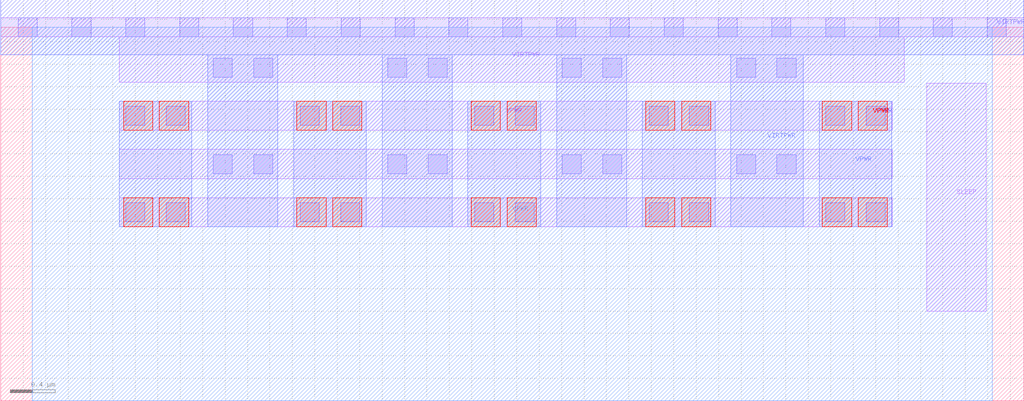
<source format=lef>
# Copyright 2020 The SkyWater PDK Authors
#
# Licensed under the Apache License, Version 2.0 (the "License");
# you may not use this file except in compliance with the License.
# You may obtain a copy of the License at
#
#     https://www.apache.org/licenses/LICENSE-2.0
#
# Unless required by applicable law or agreed to in writing, software
# distributed under the License is distributed on an "AS IS" BASIS,
# WITHOUT WARRANTIES OR CONDITIONS OF ANY KIND, either express or implied.
# See the License for the specific language governing permissions and
# limitations under the License.
#
# SPDX-License-Identifier: Apache-2.0

VERSION 5.7 ;
  NAMESCASESENSITIVE ON ;
  NOWIREEXTENSIONATPIN ON ;
  DIVIDERCHAR "/" ;
  BUSBITCHARS "[]" ;
UNITS
  DATABASE MICRONS 200 ;
END UNITS
MACRO sky130_fd_sc_lp__sleep_sergate_plv_21
  CLASS BLOCK ;
  FOREIGN sky130_fd_sc_lp__sleep_sergate_plv_21 ;
  ORIGIN  0.000000  0.000000 ;
  SIZE  9.120000 BY  3.330000 ;
  PIN SLEEP
    ANTENNAGATEAREA  3.150000 ;
    PORT
      LAYER li1 ;
        RECT 8.255000 0.800000 8.785000 2.830000 ;
    END
  END SLEEP
  PIN VIRTPWR
    ANTENNADIFFAREA  3.815000 ;
    PORT
      LAYER li1 ;
        RECT 0.000000 3.245000 9.120000 3.415000 ;
        RECT 1.055000 1.980000 7.950000 2.240000 ;
        RECT 1.055000 2.840000 8.055000 3.245000 ;
      LAYER mcon ;
        RECT 0.155000 3.245000 0.325000 3.415000 ;
        RECT 0.635000 3.245000 0.805000 3.415000 ;
        RECT 1.115000 3.245000 1.285000 3.415000 ;
        RECT 1.595000 3.245000 1.765000 3.415000 ;
        RECT 1.895000 2.025000 2.065000 2.195000 ;
        RECT 1.895000 2.885000 2.065000 3.055000 ;
        RECT 2.075000 3.245000 2.245000 3.415000 ;
        RECT 2.255000 2.025000 2.425000 2.195000 ;
        RECT 2.255000 2.885000 2.425000 3.055000 ;
        RECT 2.555000 3.245000 2.725000 3.415000 ;
        RECT 3.035000 3.245000 3.205000 3.415000 ;
        RECT 3.450000 2.025000 3.620000 2.195000 ;
        RECT 3.450000 2.885000 3.620000 3.055000 ;
        RECT 3.515000 3.245000 3.685000 3.415000 ;
        RECT 3.810000 2.025000 3.980000 2.195000 ;
        RECT 3.810000 2.885000 3.980000 3.055000 ;
        RECT 3.995000 3.245000 4.165000 3.415000 ;
        RECT 4.475000 3.245000 4.645000 3.415000 ;
        RECT 4.955000 3.245000 5.125000 3.415000 ;
        RECT 5.005000 2.025000 5.175000 2.195000 ;
        RECT 5.005000 2.885000 5.175000 3.055000 ;
        RECT 5.365000 2.025000 5.535000 2.195000 ;
        RECT 5.365000 2.885000 5.535000 3.055000 ;
        RECT 5.435000 3.245000 5.605000 3.415000 ;
        RECT 5.915000 3.245000 6.085000 3.415000 ;
        RECT 6.395000 3.245000 6.565000 3.415000 ;
        RECT 6.560000 2.025000 6.730000 2.195000 ;
        RECT 6.560000 2.885000 6.730000 3.055000 ;
        RECT 6.875000 3.245000 7.045000 3.415000 ;
        RECT 6.920000 2.025000 7.090000 2.195000 ;
        RECT 6.920000 2.885000 7.090000 3.055000 ;
        RECT 7.355000 3.245000 7.525000 3.415000 ;
        RECT 7.835000 3.245000 8.005000 3.415000 ;
        RECT 8.315000 3.245000 8.485000 3.415000 ;
        RECT 8.795000 3.245000 8.965000 3.415000 ;
      LAYER met1 ;
        RECT 0.000000 3.085000 9.120000 3.575000 ;
        RECT 1.845000 1.550000 2.470000 3.085000 ;
        RECT 3.400000 1.550000 4.025000 3.085000 ;
        RECT 4.955000 1.550000 5.580000 3.085000 ;
        RECT 6.510000 1.550000 7.155000 3.085000 ;
    END
  END VIRTPWR
  PIN VPWR
    USE POWER ;
    PORT
      LAYER li1 ;
        RECT 1.055000 1.550000 7.950000 1.810000 ;
        RECT 1.055000 2.410000 7.950000 2.670000 ;
      LAYER mcon ;
        RECT 1.115000 1.595000 1.285000 1.765000 ;
        RECT 1.115000 2.455000 1.285000 2.625000 ;
        RECT 1.475000 1.595000 1.645000 1.765000 ;
        RECT 1.475000 2.455000 1.645000 2.625000 ;
        RECT 2.670000 1.595000 2.840000 1.765000 ;
        RECT 2.670000 2.455000 2.840000 2.625000 ;
        RECT 3.030000 1.595000 3.200000 1.765000 ;
        RECT 3.030000 2.455000 3.200000 2.625000 ;
        RECT 4.225000 1.595000 4.395000 1.765000 ;
        RECT 4.225000 2.455000 4.395000 2.625000 ;
        RECT 4.585000 1.595000 4.755000 1.765000 ;
        RECT 4.585000 2.455000 4.755000 2.625000 ;
        RECT 5.780000 1.595000 5.950000 1.765000 ;
        RECT 5.780000 2.455000 5.950000 2.625000 ;
        RECT 6.140000 1.595000 6.310000 1.765000 ;
        RECT 6.140000 2.455000 6.310000 2.625000 ;
        RECT 7.355000 1.595000 7.525000 1.765000 ;
        RECT 7.355000 2.455000 7.525000 2.625000 ;
        RECT 7.715000 1.595000 7.885000 1.765000 ;
        RECT 7.715000 2.455000 7.885000 2.625000 ;
      LAYER met1 ;
        RECT 1.055000 1.550000 1.705000 2.670000 ;
        RECT 2.610000 1.550000 3.260000 2.670000 ;
        RECT 4.165000 1.550000 4.815000 2.670000 ;
        RECT 5.720000 1.550000 6.370000 2.670000 ;
        RECT 7.295000 1.550000 7.945000 2.670000 ;
      LAYER met2 ;
        RECT 0.280000 0.000000 8.840000 3.330000 ;
      LAYER via ;
        RECT 1.095000 1.550000 1.355000 1.810000 ;
        RECT 1.095000 2.410000 1.355000 2.670000 ;
        RECT 1.415000 1.550000 1.675000 1.810000 ;
        RECT 1.415000 2.410000 1.675000 2.670000 ;
        RECT 2.640000 1.550000 2.900000 1.810000 ;
        RECT 2.640000 2.410000 2.900000 2.670000 ;
        RECT 2.960000 1.550000 3.220000 1.810000 ;
        RECT 2.960000 2.410000 3.220000 2.670000 ;
        RECT 4.195000 1.550000 4.455000 1.810000 ;
        RECT 4.195000 2.410000 4.455000 2.670000 ;
        RECT 4.515000 1.550000 4.775000 1.810000 ;
        RECT 4.515000 2.410000 4.775000 2.670000 ;
        RECT 5.750000 1.550000 6.010000 1.810000 ;
        RECT 5.750000 2.410000 6.010000 2.670000 ;
        RECT 6.070000 1.550000 6.330000 1.810000 ;
        RECT 6.070000 2.410000 6.330000 2.670000 ;
        RECT 7.325000 1.550000 7.585000 1.810000 ;
        RECT 7.325000 2.410000 7.585000 2.670000 ;
        RECT 7.645000 1.550000 7.905000 1.810000 ;
        RECT 7.645000 2.410000 7.905000 2.670000 ;
    END
  END VPWR
END sky130_fd_sc_lp__sleep_sergate_plv_21

</source>
